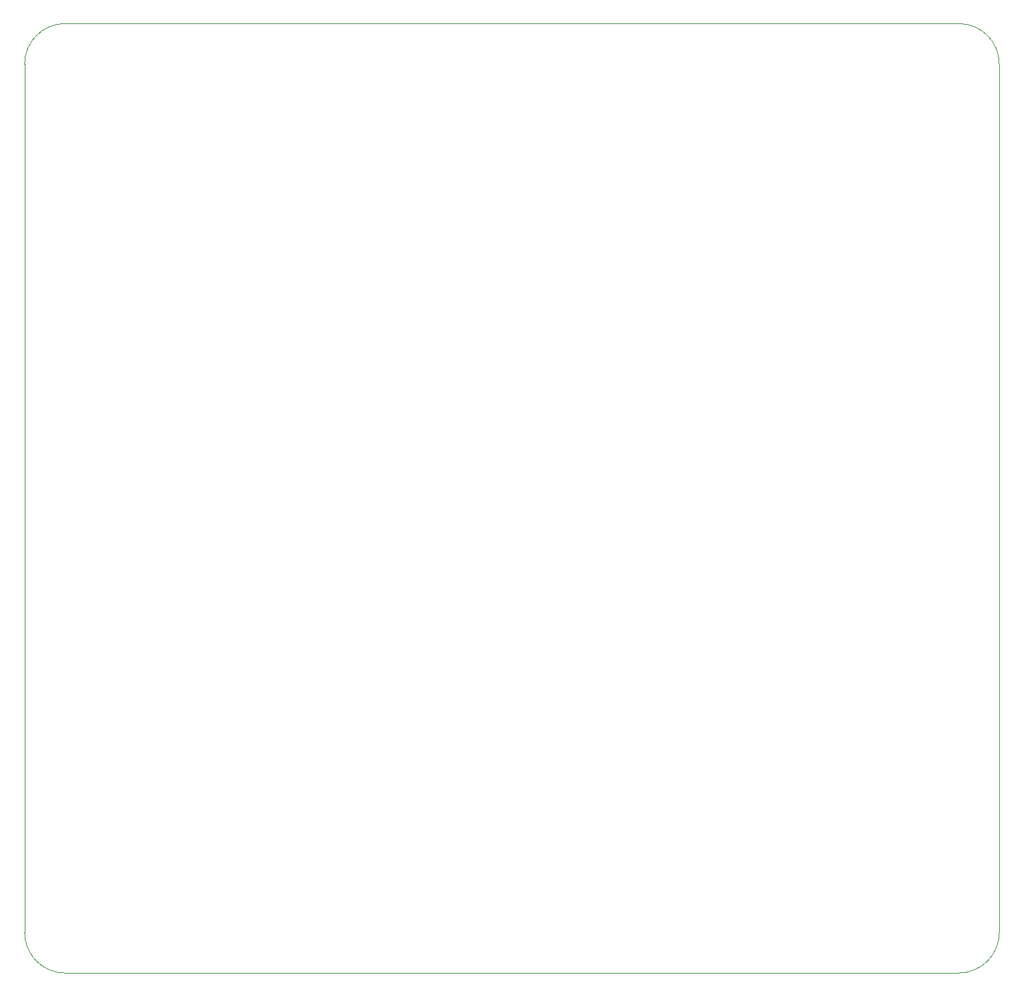
<source format=gm1>
G04 #@! TF.GenerationSoftware,KiCad,Pcbnew,9.0.0*
G04 #@! TF.CreationDate,2025-03-25T13:13:44-05:00*
G04 #@! TF.ProjectId,Armor_Plate,41726d6f-725f-4506-9c61-74652e6b6963,rev?*
G04 #@! TF.SameCoordinates,Original*
G04 #@! TF.FileFunction,Profile,NP*
%FSLAX46Y46*%
G04 Gerber Fmt 4.6, Leading zero omitted, Abs format (unit mm)*
G04 Created by KiCad (PCBNEW 9.0.0) date 2025-03-25 13:13:44*
%MOMM*%
%LPD*%
G01*
G04 APERTURE LIST*
G04 #@! TA.AperFunction,Profile*
%ADD10C,0.050000*%
G04 #@! TD*
G04 APERTURE END LIST*
D10*
X139950000Y-21500000D02*
X139950000Y-128500000D01*
X19950000Y-128500000D02*
X19950000Y-21500000D01*
X139950000Y-128500000D02*
G75*
G02*
X134950000Y-133500000I-5000000J0D01*
G01*
X134950000Y-133500000D02*
X24950000Y-133500000D01*
X24950000Y-16500000D02*
X134950000Y-16500000D01*
X19950000Y-21500000D02*
G75*
G02*
X24950000Y-16500000I5000000J0D01*
G01*
X24950000Y-133500000D02*
G75*
G02*
X19950000Y-128500000I0J5000000D01*
G01*
X134950000Y-16500000D02*
G75*
G02*
X139950000Y-21500000I0J-5000000D01*
G01*
M02*

</source>
